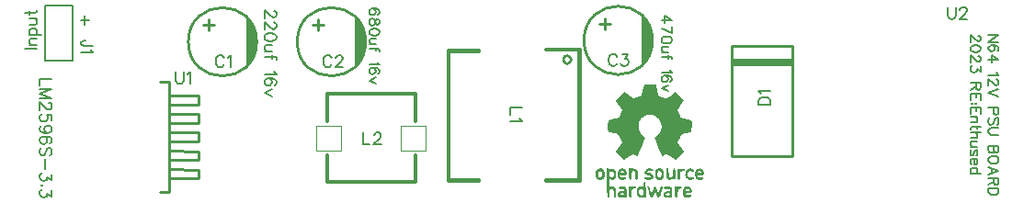
<source format=gto>
G04 Layer: TopSilkscreenLayer*
G04 EasyEDA v6.5.38, 2023-11-27 20:20:40*
G04 1703934f7ba948e8a81f3d05deb6a35c,f4da18da4fdc4ae59b3404ca65e04972,10*
G04 Gerber Generator version 0.2*
G04 Scale: 100 percent, Rotated: No, Reflected: No *
G04 Dimensions in millimeters *
G04 leading zeros omitted , absolute positions ,4 integer and 5 decimal *
%FSLAX45Y45*%
%MOMM*%

%ADD10C,0.2032*%
%ADD11C,0.1524*%
%ADD12C,0.2540*%
%ADD13C,0.1000*%
%ADD14C,0.7000*%
%ADD15C,0.2030*%
%ADD16C,0.0137*%

%LPD*%
G36*
X3718255Y5540908D02*
G01*
X3711448Y5540756D01*
X3705961Y5540349D01*
X3701694Y5539587D01*
X3698392Y5538470D01*
X3695903Y5536996D01*
X3694125Y5535066D01*
X3692804Y5532628D01*
X3691788Y5529681D01*
X3680307Y5478729D01*
X3676954Y5465521D01*
X3673805Y5455056D01*
X3670604Y5446826D01*
X3667099Y5440527D01*
X3665169Y5437936D01*
X3663086Y5435650D01*
X3660851Y5433618D01*
X3655669Y5430164D01*
X3649421Y5427167D01*
X3596030Y5406796D01*
X3510787Y5466588D01*
X3432759Y5388508D01*
X3492804Y5302910D01*
X3478377Y5265775D01*
X3472942Y5252720D01*
X3470351Y5247436D01*
X3467760Y5242814D01*
X3465068Y5238902D01*
X3462121Y5235498D01*
X3458870Y5232603D01*
X3455263Y5230114D01*
X3451098Y5227980D01*
X3446373Y5226100D01*
X3440937Y5224424D01*
X3434740Y5222849D01*
X3419551Y5219750D01*
X3361893Y5209286D01*
X3359505Y5149088D01*
X3359150Y5134559D01*
X3359454Y5122926D01*
X3359912Y5118049D01*
X3360724Y5113832D01*
X3361791Y5110073D01*
X3363214Y5106873D01*
X3364992Y5104079D01*
X3367227Y5101691D01*
X3369919Y5099608D01*
X3373120Y5097881D01*
X3376828Y5096408D01*
X3381095Y5095087D01*
X3391509Y5092954D01*
X3404615Y5091023D01*
X3419703Y5089093D01*
X3432098Y5087061D01*
X3437229Y5085892D01*
X3441801Y5084470D01*
X3445865Y5082743D01*
X3449472Y5080711D01*
X3452774Y5078222D01*
X3455771Y5075224D01*
X3458565Y5071668D01*
X3461258Y5067503D01*
X3463950Y5062575D01*
X3469487Y5050434D01*
X3489553Y4999837D01*
X3433673Y4917541D01*
X3510534Y4840630D01*
X3560978Y4874869D01*
X3575405Y4884166D01*
X3581044Y4887417D01*
X3585870Y4889754D01*
X3590086Y4891328D01*
X3593846Y4892090D01*
X3597401Y4892192D01*
X3600856Y4891582D01*
X3604463Y4890414D01*
X3608374Y4888687D01*
X3620465Y4882642D01*
X3627069Y4879848D01*
X3631793Y4878374D01*
X3633978Y4878476D01*
X3635857Y4882134D01*
X3643833Y4900422D01*
X3655720Y4929073D01*
X3669385Y4962855D01*
X3693668Y5024932D01*
X3700119Y5042763D01*
X3701034Y5046116D01*
X3699205Y5050231D01*
X3694125Y5056682D01*
X3686657Y5064658D01*
X3673195Y5077206D01*
X3669131Y5081422D01*
X3665321Y5085791D01*
X3661816Y5090363D01*
X3658565Y5095036D01*
X3655568Y5099862D01*
X3652824Y5104841D01*
X3650386Y5109870D01*
X3648201Y5115052D01*
X3646322Y5120284D01*
X3643325Y5130952D01*
X3642207Y5136388D01*
X3640836Y5147259D01*
X3640582Y5158181D01*
X3640836Y5163616D01*
X3641394Y5169001D01*
X3642207Y5174335D01*
X3644646Y5184851D01*
X3648201Y5194960D01*
X3652875Y5204612D01*
X3655618Y5209235D01*
X3658666Y5213705D01*
X3661968Y5217972D01*
X3665524Y5222087D01*
X3669385Y5225999D01*
X3673500Y5229707D01*
X3678529Y5233771D01*
X3688689Y5240934D01*
X3693871Y5244084D01*
X3699052Y5246928D01*
X3704285Y5249468D01*
X3714851Y5253685D01*
X3725418Y5256784D01*
X3735933Y5258765D01*
X3746398Y5259628D01*
X3751579Y5259628D01*
X3761841Y5258866D01*
X3771849Y5257038D01*
X3776726Y5255717D01*
X3781551Y5254142D01*
X3786276Y5252313D01*
X3790950Y5250230D01*
X3795471Y5247894D01*
X3804259Y5242458D01*
X3808476Y5239359D01*
X3816502Y5232450D01*
X3823919Y5224576D01*
X3827424Y5220258D01*
X3830726Y5215737D01*
X3836873Y5205984D01*
X3839667Y5200751D01*
X3842258Y5195316D01*
X3846829Y5183784D01*
X3848811Y5177637D01*
X3850335Y5171998D01*
X3851503Y5166360D01*
X3852316Y5160721D01*
X3852824Y5155082D01*
X3852976Y5149494D01*
X3852773Y5143906D01*
X3852265Y5138420D01*
X3851401Y5132933D01*
X3850233Y5127498D01*
X3848760Y5122164D01*
X3846931Y5116880D01*
X3844747Y5111648D01*
X3842308Y5106568D01*
X3839514Y5101539D01*
X3836415Y5096611D01*
X3833012Y5091836D01*
X3829304Y5087162D01*
X3825290Y5082590D01*
X3820972Y5078222D01*
X3811422Y5069433D01*
X3806850Y5064912D01*
X3802735Y5060442D01*
X3799128Y5056124D01*
X3796131Y5052161D01*
X3793896Y5048605D01*
X3792474Y5045659D01*
X3791965Y5043373D01*
X3792829Y5039614D01*
X3795318Y5032095D01*
X3804158Y5008321D01*
X3816350Y4977130D01*
X3833317Y4935321D01*
X3845712Y4905756D01*
X3854907Y4885131D01*
X3857701Y4879695D01*
X3858514Y4878476D01*
X3860952Y4878476D01*
X3865981Y4880000D01*
X3872941Y4882896D01*
X3889756Y4890973D01*
X3893413Y4892243D01*
X3896969Y4892903D01*
X3900474Y4892852D01*
X3904234Y4892090D01*
X3908348Y4890516D01*
X3913073Y4888128D01*
X3918610Y4884775D01*
X3932783Y4875225D01*
X3982059Y4840274D01*
X4060240Y4918456D01*
X4001515Y5002225D01*
X4021785Y5047996D01*
X4027220Y5059680D01*
X4029811Y5064353D01*
X4032402Y5068417D01*
X4035196Y5071872D01*
X4038295Y5074869D01*
X4041800Y5077409D01*
X4045813Y5079644D01*
X4050537Y5081625D01*
X4056024Y5083403D01*
X4062425Y5085080D01*
X4078478Y5088432D01*
X4131106Y5097932D01*
X4134104Y5174234D01*
X4134154Y5185410D01*
X4133799Y5189982D01*
X4133189Y5193944D01*
X4132224Y5197398D01*
X4130801Y5200345D01*
X4128922Y5202885D01*
X4126484Y5205069D01*
X4123486Y5207000D01*
X4119829Y5208676D01*
X4115409Y5210251D01*
X4104335Y5213096D01*
X4054754Y5223103D01*
X4048455Y5224780D01*
X4043222Y5226608D01*
X4038854Y5228691D01*
X4035094Y5231333D01*
X4031843Y5234533D01*
X4028897Y5238496D01*
X4026052Y5243423D01*
X4023156Y5249418D01*
X4000703Y5303113D01*
X4059377Y5389422D01*
X3982465Y5466334D01*
X3928922Y5430012D01*
X3913428Y5419953D01*
X3907332Y5416499D01*
X3902049Y5413908D01*
X3897274Y5412181D01*
X3892905Y5411266D01*
X3888587Y5411063D01*
X3884117Y5411520D01*
X3879342Y5412536D01*
X3867658Y5416143D01*
X3853535Y5421071D01*
X3847642Y5423509D01*
X3842410Y5425998D01*
X3837838Y5428589D01*
X3833774Y5431434D01*
X3830269Y5434584D01*
X3827170Y5438089D01*
X3824478Y5442051D01*
X3822090Y5446572D01*
X3819956Y5451652D01*
X3818026Y5457494D01*
X3816248Y5464048D01*
X3812844Y5479796D01*
X3802329Y5538114D01*
X3736543Y5540552D01*
G37*
G36*
X3838092Y4766056D02*
G01*
X3834079Y4765903D01*
X3830065Y4765294D01*
X3825951Y4764176D01*
X3821785Y4762550D01*
X3817620Y4760366D01*
X3813403Y4757674D01*
X3809237Y4754422D01*
X3805123Y4750562D01*
X3801059Y4746193D01*
X3797858Y4741875D01*
X3795522Y4737404D01*
X3793896Y4732578D01*
X3792982Y4727092D01*
X3792677Y4720742D01*
X3793032Y4713325D01*
X3793535Y4707890D01*
X3813301Y4707890D01*
X3813810Y4713071D01*
X3815029Y4718558D01*
X3817010Y4724247D01*
X3819804Y4730140D01*
X3824224Y4737100D01*
X3828745Y4740351D01*
X3834180Y4740249D01*
X3841597Y4737049D01*
X3848100Y4732324D01*
X3852113Y4726228D01*
X3853840Y4718100D01*
X3853535Y4707229D01*
X3852773Y4700930D01*
X3851757Y4695952D01*
X3850386Y4692040D01*
X3848506Y4689144D01*
X3846017Y4687112D01*
X3842867Y4685842D01*
X3838854Y4685182D01*
X3833926Y4684979D01*
X3829151Y4685385D01*
X3824986Y4686655D01*
X3821429Y4688687D01*
X3818483Y4691380D01*
X3816146Y4694732D01*
X3814521Y4698644D01*
X3813556Y4703064D01*
X3813301Y4707890D01*
X3793535Y4707890D01*
X3794963Y4695748D01*
X3796334Y4688078D01*
X3797909Y4681474D01*
X3799789Y4675886D01*
X3802075Y4671161D01*
X3804818Y4667300D01*
X3807968Y4664202D01*
X3811727Y4661865D01*
X3816096Y4660138D01*
X3821074Y4658969D01*
X3826814Y4658360D01*
X3833317Y4658156D01*
X3840784Y4658410D01*
X3847439Y4659325D01*
X3853281Y4660798D01*
X3858361Y4662982D01*
X3862730Y4665878D01*
X3866438Y4669485D01*
X3869436Y4673904D01*
X3871823Y4679137D01*
X3873652Y4685284D01*
X3874922Y4692294D01*
X3875633Y4700270D01*
X3875887Y4709210D01*
X3875684Y4715560D01*
X3875125Y4721606D01*
X3874160Y4727295D01*
X3872890Y4732629D01*
X3871315Y4737658D01*
X3869436Y4742281D01*
X3867251Y4746498D01*
X3864813Y4750358D01*
X3862171Y4753864D01*
X3859225Y4756912D01*
X3856126Y4759553D01*
X3852824Y4761738D01*
X3849319Y4763516D01*
X3845712Y4764836D01*
X3841953Y4765649D01*
G37*
G36*
X3293059Y4765548D02*
G01*
X3288233Y4765344D01*
X3283305Y4764481D01*
X3278174Y4763008D01*
X3272891Y4760823D01*
X3267506Y4758029D01*
X3262020Y4754473D01*
X3257956Y4751273D01*
X3254603Y4747818D01*
X3251911Y4744008D01*
X3249828Y4739589D01*
X3248253Y4734560D01*
X3247237Y4728667D01*
X3246678Y4721809D01*
X3246570Y4711039D01*
X3268268Y4711039D01*
X3268472Y4716983D01*
X3269234Y4722317D01*
X3270605Y4726990D01*
X3272434Y4731054D01*
X3274771Y4734356D01*
X3277514Y4736947D01*
X3280714Y4738674D01*
X3284220Y4739589D01*
X3288080Y4739589D01*
X3292195Y4738674D01*
X3296615Y4736795D01*
X3302863Y4732223D01*
X3306724Y4726127D01*
X3308400Y4717999D01*
X3308096Y4707229D01*
X3307334Y4700930D01*
X3306318Y4695952D01*
X3304946Y4692040D01*
X3303066Y4689144D01*
X3300577Y4687112D01*
X3297428Y4685842D01*
X3293414Y4685182D01*
X3288436Y4684979D01*
X3279749Y4685842D01*
X3274009Y4688890D01*
X3270605Y4694936D01*
X3268726Y4704638D01*
X3268268Y4711039D01*
X3246570Y4711039D01*
X3246780Y4704791D01*
X3247593Y4696510D01*
X3248964Y4689094D01*
X3250844Y4682490D01*
X3253333Y4676698D01*
X3256381Y4671720D01*
X3260039Y4667554D01*
X3264255Y4664151D01*
X3269030Y4661509D01*
X3274466Y4659630D01*
X3280460Y4658512D01*
X3287115Y4658156D01*
X3294735Y4658410D01*
X3301542Y4659274D01*
X3307486Y4660798D01*
X3312668Y4662932D01*
X3317138Y4665776D01*
X3320897Y4669383D01*
X3323945Y4673803D01*
X3326384Y4679035D01*
X3328212Y4685182D01*
X3329432Y4692192D01*
X3330194Y4700219D01*
X3330397Y4709210D01*
X3330194Y4716526D01*
X3329482Y4723384D01*
X3328365Y4729734D01*
X3326841Y4735677D01*
X3324910Y4741062D01*
X3322624Y4745990D01*
X3319932Y4750358D01*
X3316935Y4754270D01*
X3313633Y4757572D01*
X3310026Y4760315D01*
X3306165Y4762550D01*
X3302000Y4764125D01*
X3297631Y4765141D01*
G37*
G36*
X3491280Y4765395D02*
G01*
X3484727Y4764278D01*
X3477260Y4761280D01*
X3469843Y4756810D01*
X3463290Y4751374D01*
X3460343Y4747971D01*
X3457752Y4744008D01*
X3455517Y4739589D01*
X3453587Y4734712D01*
X3451848Y4728514D01*
X3473602Y4728514D01*
X3477260Y4733899D01*
X3481070Y4737963D01*
X3484981Y4741316D01*
X3488537Y4743551D01*
X3491280Y4744415D01*
X3493973Y4743551D01*
X3497529Y4741316D01*
X3501440Y4737963D01*
X3505250Y4733899D01*
X3508908Y4728514D01*
X3508298Y4725314D01*
X3502660Y4723790D01*
X3491280Y4723434D01*
X3479850Y4723790D01*
X3474212Y4725314D01*
X3473602Y4728514D01*
X3451848Y4728514D01*
X3450844Y4723993D01*
X3449980Y4718304D01*
X3449472Y4712512D01*
X3449320Y4706670D01*
X3449523Y4700879D01*
X3450132Y4695190D01*
X3451098Y4689703D01*
X3452418Y4684471D01*
X3454146Y4679594D01*
X3456279Y4675124D01*
X3458819Y4671161D01*
X3461562Y4668012D01*
X3464966Y4665370D01*
X3468827Y4663135D01*
X3473145Y4661357D01*
X3477717Y4659985D01*
X3482594Y4659071D01*
X3487521Y4658512D01*
X3492550Y4658360D01*
X3497529Y4658512D01*
X3502355Y4659071D01*
X3506978Y4659985D01*
X3511245Y4661204D01*
X3515106Y4662728D01*
X3518458Y4664557D01*
X3521252Y4666640D01*
X3523335Y4669028D01*
X3524656Y4671669D01*
X3525113Y4674514D01*
X3524605Y4677613D01*
X3523030Y4680966D01*
X3520236Y4683810D01*
X3516528Y4685030D01*
X3512007Y4684420D01*
X3501034Y4679899D01*
X3494887Y4679188D01*
X3488690Y4680000D01*
X3482695Y4682286D01*
X3477920Y4685131D01*
X3474364Y4687824D01*
X3471976Y4690313D01*
X3470808Y4692650D01*
X3470757Y4694783D01*
X3471926Y4696714D01*
X3474161Y4698390D01*
X3477514Y4699812D01*
X3481984Y4700930D01*
X3487521Y4701743D01*
X3494125Y4702251D01*
X3511397Y4702556D01*
X3518865Y4702911D01*
X3524402Y4703724D01*
X3528314Y4705146D01*
X3530854Y4707331D01*
X3532378Y4710430D01*
X3533038Y4714544D01*
X3533190Y4719929D01*
X3532733Y4725212D01*
X3531463Y4730597D01*
X3529380Y4735880D01*
X3526637Y4741062D01*
X3523335Y4745939D01*
X3519525Y4750511D01*
X3515258Y4754676D01*
X3510737Y4758283D01*
X3506012Y4761230D01*
X3501085Y4763465D01*
X3496157Y4764887D01*
G37*
G36*
X3906977Y4765395D02*
G01*
X3904335Y4764887D01*
X3902100Y4763211D01*
X3900373Y4760264D01*
X3899001Y4755845D01*
X3897985Y4749850D01*
X3897325Y4741976D01*
X3896969Y4732223D01*
X3896969Y4707331D01*
X3897426Y4696764D01*
X3898239Y4688281D01*
X3899611Y4681524D01*
X3901541Y4676140D01*
X3904183Y4671771D01*
X3907637Y4668062D01*
X3911955Y4664659D01*
X3918407Y4660900D01*
X3924655Y4658410D01*
X3930091Y4657496D01*
X3933951Y4658309D01*
X3938219Y4659934D01*
X3944670Y4661154D01*
X3952494Y4661865D01*
X3960774Y4661966D01*
X3980738Y4661408D01*
X3980637Y4727549D01*
X3980281Y4739030D01*
X3979672Y4748123D01*
X3978656Y4754981D01*
X3977284Y4759909D01*
X3975455Y4763109D01*
X3973118Y4764836D01*
X3970274Y4765395D01*
X3967581Y4764989D01*
X3965346Y4763668D01*
X3963517Y4761433D01*
X3962044Y4758080D01*
X3960977Y4753559D01*
X3960266Y4747818D01*
X3959860Y4740706D01*
X3959504Y4722876D01*
X3958996Y4714646D01*
X3958234Y4707432D01*
X3957116Y4701133D01*
X3955643Y4695799D01*
X3953814Y4691380D01*
X3951579Y4687874D01*
X3948988Y4685233D01*
X3945991Y4683404D01*
X3942587Y4682337D01*
X3938778Y4682083D01*
X3934460Y4682591D01*
X3930802Y4683658D01*
X3927805Y4685487D01*
X3925366Y4688332D01*
X3923487Y4692396D01*
X3921963Y4697882D01*
X3920845Y4705045D01*
X3919931Y4714087D01*
X3918559Y4735423D01*
X3917696Y4743907D01*
X3916629Y4750866D01*
X3915308Y4756353D01*
X3913733Y4760417D01*
X3911803Y4763262D01*
X3909568Y4764887D01*
G37*
G36*
X4206087Y4765395D02*
G01*
X4200042Y4764532D01*
X4192778Y4762195D01*
X4185158Y4758740D01*
X4178147Y4754473D01*
X4174032Y4751273D01*
X4170679Y4747818D01*
X4167987Y4744008D01*
X4165904Y4739589D01*
X4164380Y4734560D01*
X4163301Y4728514D01*
X4186885Y4728514D01*
X4190542Y4733899D01*
X4194352Y4737963D01*
X4198264Y4741316D01*
X4201820Y4743551D01*
X4204563Y4744415D01*
X4207256Y4743551D01*
X4210812Y4741316D01*
X4214723Y4737963D01*
X4218533Y4733899D01*
X4222191Y4728514D01*
X4221581Y4725314D01*
X4215942Y4723790D01*
X4204563Y4723434D01*
X4193133Y4723790D01*
X4187494Y4725314D01*
X4186885Y4728514D01*
X4163301Y4728514D01*
X4162755Y4721809D01*
X4162602Y4713884D01*
X4162755Y4707636D01*
X4163314Y4701286D01*
X4164228Y4695037D01*
X4165396Y4689043D01*
X4166768Y4683506D01*
X4168394Y4678527D01*
X4170172Y4674362D01*
X4172102Y4671161D01*
X4174845Y4668012D01*
X4178249Y4665370D01*
X4182110Y4663135D01*
X4186428Y4661357D01*
X4191000Y4659985D01*
X4195876Y4659071D01*
X4200804Y4658512D01*
X4205833Y4658360D01*
X4210812Y4658512D01*
X4215638Y4659071D01*
X4220260Y4659985D01*
X4224528Y4661204D01*
X4228388Y4662728D01*
X4231792Y4664557D01*
X4234535Y4666640D01*
X4236618Y4669028D01*
X4237939Y4671669D01*
X4238396Y4674514D01*
X4237888Y4677613D01*
X4236313Y4680966D01*
X4233519Y4683810D01*
X4229811Y4685030D01*
X4225290Y4684420D01*
X4214317Y4679899D01*
X4208170Y4679188D01*
X4201972Y4680000D01*
X4195978Y4682286D01*
X4191203Y4685131D01*
X4187647Y4687824D01*
X4185259Y4690313D01*
X4184091Y4692650D01*
X4184040Y4694783D01*
X4185208Y4696714D01*
X4187444Y4698390D01*
X4190796Y4699812D01*
X4195267Y4700930D01*
X4200804Y4701743D01*
X4207408Y4702251D01*
X4224680Y4702556D01*
X4232148Y4702911D01*
X4237685Y4703724D01*
X4241596Y4705146D01*
X4244187Y4707331D01*
X4245660Y4710430D01*
X4246321Y4714544D01*
X4246524Y4719929D01*
X4246067Y4725060D01*
X4244746Y4730343D01*
X4242714Y4735576D01*
X4240022Y4740706D01*
X4236770Y4745634D01*
X4233062Y4750257D01*
X4228947Y4754422D01*
X4224578Y4758080D01*
X4220006Y4761128D01*
X4215333Y4763414D01*
X4210659Y4764887D01*
G37*
G36*
X3737101Y4764836D02*
G01*
X3731920Y4764227D01*
X3726840Y4763008D01*
X3721912Y4761128D01*
X3717188Y4758690D01*
X3712718Y4755591D01*
X3708552Y4751933D01*
X3703065Y4745177D01*
X3699611Y4738014D01*
X3698240Y4730699D01*
X3699052Y4723333D01*
X3700526Y4718151D01*
X3702202Y4714036D01*
X3704488Y4710836D01*
X3707688Y4708245D01*
X3712260Y4706010D01*
X3718509Y4703978D01*
X3726891Y4701844D01*
X3737762Y4699406D01*
X3744620Y4697628D01*
X3749903Y4695647D01*
X3753713Y4693564D01*
X3756050Y4691481D01*
X3757015Y4689449D01*
X3756609Y4687519D01*
X3754882Y4685741D01*
X3751834Y4684318D01*
X3747617Y4683150D01*
X3742182Y4682490D01*
X3735578Y4682236D01*
X3719677Y4682998D01*
X3712565Y4682794D01*
X3706723Y4682032D01*
X3702100Y4680813D01*
X3698748Y4679137D01*
X3696715Y4677156D01*
X3696055Y4674920D01*
X3696817Y4672431D01*
X3699001Y4669790D01*
X3702710Y4667046D01*
X3707942Y4664354D01*
X3714699Y4661662D01*
X3720846Y4659782D01*
X3726891Y4658461D01*
X3732784Y4657699D01*
X3738524Y4657445D01*
X3744010Y4657699D01*
X3749243Y4658410D01*
X3754120Y4659630D01*
X3758692Y4661306D01*
X3762908Y4663440D01*
X3766667Y4665929D01*
X3769918Y4668875D01*
X3772712Y4672177D01*
X3774948Y4675835D01*
X3776624Y4679848D01*
X3777640Y4684217D01*
X3777945Y4688890D01*
X3777640Y4694072D01*
X3776675Y4698898D01*
X3775100Y4703368D01*
X3772865Y4707382D01*
X3770071Y4711039D01*
X3766769Y4714240D01*
X3762857Y4716983D01*
X3758437Y4719269D01*
X3753510Y4721047D01*
X3748074Y4722368D01*
X3742232Y4723130D01*
X3735882Y4723434D01*
X3729939Y4724044D01*
X3725824Y4725822D01*
X3723792Y4728565D01*
X3723944Y4732172D01*
X3726484Y4735423D01*
X3731006Y4737760D01*
X3736898Y4739030D01*
X3743502Y4738979D01*
X3750716Y4738573D01*
X3758285Y4738827D01*
X3765245Y4739741D01*
X3770731Y4741214D01*
X3775760Y4743754D01*
X3777081Y4746447D01*
X3774490Y4750104D01*
X3767886Y4755388D01*
X3763060Y4758537D01*
X3758031Y4761077D01*
X3752900Y4762957D01*
X3747668Y4764227D01*
X3742385Y4764836D01*
G37*
G36*
X4115257Y4764633D02*
G01*
X4111142Y4764074D01*
X4106875Y4762601D01*
X4102049Y4760264D01*
X4096156Y4757013D01*
X4089400Y4752848D01*
X4083913Y4748733D01*
X4079697Y4744262D01*
X4076547Y4739335D01*
X4074261Y4733544D01*
X4072839Y4726736D01*
X4072026Y4718558D01*
X4071772Y4708753D01*
X4072077Y4702708D01*
X4072991Y4696968D01*
X4074464Y4691481D01*
X4076496Y4686300D01*
X4079036Y4681524D01*
X4081983Y4677054D01*
X4085336Y4673041D01*
X4089044Y4669434D01*
X4093057Y4666234D01*
X4097324Y4663541D01*
X4101846Y4661306D01*
X4106519Y4659579D01*
X4111345Y4658461D01*
X4116273Y4657852D01*
X4121251Y4657852D01*
X4126179Y4658461D01*
X4131106Y4659731D01*
X4135983Y4661662D01*
X4140708Y4664252D01*
X4145229Y4667605D01*
X4149648Y4671771D01*
X4151985Y4675378D01*
X4152239Y4678375D01*
X4150410Y4680762D01*
X4146499Y4682642D01*
X4140403Y4683912D01*
X4132173Y4684725D01*
X4114190Y4685080D01*
X4108246Y4685588D01*
X4103624Y4686503D01*
X4100169Y4688128D01*
X4097680Y4690414D01*
X4096004Y4693666D01*
X4094835Y4697882D01*
X4094022Y4703318D01*
X4093768Y4709261D01*
X4094327Y4714900D01*
X4095597Y4720183D01*
X4097578Y4725009D01*
X4100068Y4729327D01*
X4103115Y4733036D01*
X4106570Y4735982D01*
X4110380Y4738166D01*
X4114444Y4739538D01*
X4118660Y4739944D01*
X4123029Y4739284D01*
X4133748Y4734966D01*
X4139133Y4734610D01*
X4144010Y4736592D01*
X4148632Y4740910D01*
X4152137Y4746396D01*
X4151884Y4750562D01*
X4147464Y4754270D01*
X4138422Y4758283D01*
X4130751Y4761128D01*
X4124604Y4763160D01*
X4119575Y4764328D01*
G37*
G36*
X3554171Y4763871D02*
G01*
X3554323Y4698085D01*
X3554628Y4686655D01*
X3555288Y4677664D01*
X3556304Y4670856D01*
X3557676Y4665929D01*
X3559505Y4662779D01*
X3561842Y4661001D01*
X3564686Y4660493D01*
X3567379Y4660900D01*
X3569614Y4662170D01*
X3571443Y4664456D01*
X3572865Y4667808D01*
X3573932Y4672380D01*
X3574643Y4678172D01*
X3575050Y4685385D01*
X3575354Y4702454D01*
X3575913Y4710125D01*
X3576878Y4716932D01*
X3578148Y4722926D01*
X3579774Y4728057D01*
X3581755Y4732375D01*
X3584092Y4735830D01*
X3586734Y4738370D01*
X3589731Y4740046D01*
X3593033Y4740859D01*
X3596589Y4740706D01*
X3600500Y4739589D01*
X3602786Y4738166D01*
X3604768Y4735677D01*
X3606444Y4732172D01*
X3607765Y4727549D01*
X3608832Y4721860D01*
X3609543Y4715103D01*
X3610000Y4707229D01*
X3610254Y4687112D01*
X3610610Y4678375D01*
X3611321Y4671720D01*
X3612540Y4666945D01*
X3614318Y4663694D01*
X3616756Y4661712D01*
X3620008Y4660747D01*
X3624122Y4660493D01*
X3628186Y4660747D01*
X3631387Y4661662D01*
X3633825Y4663440D01*
X3635603Y4666386D01*
X3636822Y4670602D01*
X3637584Y4676444D01*
X3637940Y4684064D01*
X3637838Y4703165D01*
X3637381Y4711750D01*
X3636619Y4719523D01*
X3635552Y4726584D01*
X3634079Y4732832D01*
X3632250Y4738420D01*
X3630015Y4743348D01*
X3627323Y4747615D01*
X3624173Y4751273D01*
X3620566Y4754372D01*
X3616401Y4756912D01*
X3611727Y4758994D01*
X3606495Y4760569D01*
X3600704Y4761738D01*
X3594252Y4762500D01*
G37*
G36*
X3351377Y4763262D02*
G01*
X3351377Y4712258D01*
X3373221Y4712258D01*
X3373882Y4718405D01*
X3375304Y4723993D01*
X3377437Y4728921D01*
X3380130Y4733086D01*
X3383279Y4736388D01*
X3386785Y4738725D01*
X3390544Y4740046D01*
X3394405Y4740198D01*
X3398215Y4739081D01*
X3401974Y4736693D01*
X3405530Y4732832D01*
X3408934Y4727244D01*
X3411728Y4721098D01*
X3413556Y4715052D01*
X3414217Y4709871D01*
X3413760Y4703724D01*
X3412540Y4698339D01*
X3410661Y4693716D01*
X3408273Y4689856D01*
X3405428Y4686706D01*
X3402228Y4684369D01*
X3398774Y4682794D01*
X3395218Y4682032D01*
X3391560Y4682083D01*
X3388004Y4682896D01*
X3384600Y4684572D01*
X3381451Y4687062D01*
X3378708Y4690414D01*
X3376371Y4694631D01*
X3374593Y4699711D01*
X3373526Y4705654D01*
X3373221Y4712258D01*
X3351377Y4712258D01*
X3351479Y4589526D01*
X3351936Y4550308D01*
X3352342Y4535271D01*
X3353663Y4513122D01*
X3354578Y4505502D01*
X3355695Y4499965D01*
X3357067Y4496104D01*
X3358642Y4493818D01*
X3360521Y4492752D01*
X3361537Y4492650D01*
X3364128Y4493158D01*
X3366363Y4494784D01*
X3368294Y4497578D01*
X3369868Y4501692D01*
X3371189Y4507179D01*
X3372256Y4514138D01*
X3373120Y4522673D01*
X3374491Y4544618D01*
X3375355Y4553915D01*
X3376523Y4561078D01*
X3378098Y4566412D01*
X3380181Y4570171D01*
X3382873Y4572711D01*
X3386378Y4574286D01*
X3390696Y4575200D01*
X3394659Y4575403D01*
X3398265Y4574844D01*
X3401415Y4573422D01*
X3404209Y4571187D01*
X3406648Y4568037D01*
X3408679Y4564024D01*
X3410407Y4559046D01*
X3411778Y4553051D01*
X3412845Y4546092D01*
X3413607Y4538116D01*
X3414064Y4529023D01*
X3414217Y4518863D01*
X3414877Y4506925D01*
X3416757Y4498797D01*
X3420059Y4494123D01*
X3424834Y4492650D01*
X3427628Y4493107D01*
X3429914Y4494580D01*
X3431743Y4497273D01*
X3433114Y4501286D01*
X3434130Y4506823D01*
X3434842Y4514037D01*
X3435197Y4523079D01*
X3435299Y4534103D01*
X3435146Y4542891D01*
X3434740Y4550968D01*
X3433978Y4558334D01*
X3432911Y4564989D01*
X3431540Y4570984D01*
X3429812Y4576318D01*
X3427780Y4580991D01*
X3425342Y4585004D01*
X3422599Y4588408D01*
X3419449Y4591202D01*
X3415893Y4593437D01*
X3411982Y4595012D01*
X3407664Y4596079D01*
X3402939Y4596536D01*
X3397808Y4596485D01*
X3385718Y4595012D01*
X3380841Y4594860D01*
X3377285Y4595723D01*
X3374898Y4598111D01*
X3373475Y4602327D01*
X3372713Y4608830D01*
X3372408Y4617923D01*
X3372408Y4642154D01*
X3372662Y4651248D01*
X3373323Y4657547D01*
X3374644Y4661509D01*
X3376726Y4663440D01*
X3379876Y4663643D01*
X3384194Y4662525D01*
X3394811Y4658918D01*
X3399434Y4658156D01*
X3403904Y4658106D01*
X3408121Y4658715D01*
X3412083Y4659985D01*
X3415842Y4661916D01*
X3419297Y4664456D01*
X3422446Y4667605D01*
X3425342Y4671364D01*
X3427882Y4675632D01*
X3430066Y4680508D01*
X3431895Y4685842D01*
X3433368Y4691684D01*
X3434435Y4698034D01*
X3435096Y4704842D01*
X3435299Y4712055D01*
X3435146Y4718812D01*
X3434740Y4725009D01*
X3433978Y4730546D01*
X3432810Y4735576D01*
X3431336Y4740097D01*
X3429406Y4744110D01*
X3427069Y4747666D01*
X3424275Y4750714D01*
X3420973Y4753406D01*
X3417214Y4755642D01*
X3412845Y4757521D01*
X3407968Y4759096D01*
X3402482Y4760264D01*
X3396386Y4761179D01*
X3389629Y4761839D01*
G37*
G36*
X4038295Y4762296D02*
G01*
X4026458Y4762246D01*
X4016248Y4761636D01*
X4008729Y4760671D01*
X4005072Y4759401D01*
X4004411Y4757775D01*
X4003801Y4754321D01*
X4002735Y4742992D01*
X4002024Y4727092D01*
X4001719Y4708245D01*
X4001871Y4695342D01*
X4002227Y4684826D01*
X4002887Y4676546D01*
X4003852Y4670196D01*
X4005275Y4665624D01*
X4007104Y4662627D01*
X4009390Y4661001D01*
X4012234Y4660493D01*
X4014978Y4660900D01*
X4017213Y4662220D01*
X4019042Y4664557D01*
X4020464Y4668012D01*
X4021480Y4672634D01*
X4022191Y4678629D01*
X4022598Y4686096D01*
X4022851Y4703419D01*
X4023309Y4710785D01*
X4024122Y4717135D01*
X4025341Y4722622D01*
X4026966Y4727244D01*
X4029100Y4731054D01*
X4031742Y4734153D01*
X4034942Y4736541D01*
X4038752Y4738319D01*
X4043172Y4739589D01*
X4048302Y4740351D01*
X4054195Y4740656D01*
X4059631Y4741570D01*
X4064050Y4743907D01*
X4067098Y4747310D01*
X4068165Y4751374D01*
X4066540Y4756251D01*
X4061358Y4759604D01*
X4052112Y4761534D01*
G37*
G36*
X3697528Y4639513D02*
G01*
X3692855Y4638141D01*
X3689604Y4633874D01*
X3687673Y4626610D01*
X3687064Y4616246D01*
X3686962Y4608880D01*
X3686556Y4603343D01*
X3685590Y4599381D01*
X3683914Y4596790D01*
X3681171Y4595368D01*
X3677259Y4594910D01*
X3671925Y4595266D01*
X3664915Y4596231D01*
X3658209Y4596841D01*
X3652113Y4596587D01*
X3646678Y4595520D01*
X3641851Y4593539D01*
X3637584Y4590694D01*
X3633978Y4586935D01*
X3630929Y4582261D01*
X3628440Y4576673D01*
X3626561Y4570171D01*
X3625189Y4562703D01*
X3624376Y4554270D01*
X3624169Y4546600D01*
X3645865Y4546600D01*
X3646017Y4551375D01*
X3646830Y4556048D01*
X3648354Y4560519D01*
X3650640Y4564634D01*
X3653688Y4568393D01*
X3657498Y4571695D01*
X3661257Y4574032D01*
X3664864Y4575403D01*
X3668318Y4575810D01*
X3671570Y4575302D01*
X3674618Y4573828D01*
X3677361Y4571542D01*
X3679799Y4568393D01*
X3681882Y4564380D01*
X3683609Y4559604D01*
X3684879Y4554016D01*
X3685692Y4547666D01*
X3686048Y4535474D01*
X3684625Y4526889D01*
X3681171Y4521149D01*
X3675379Y4517644D01*
X3671163Y4516577D01*
X3667150Y4516526D01*
X3663289Y4517491D01*
X3659733Y4519269D01*
X3656482Y4521758D01*
X3653586Y4524959D01*
X3651097Y4528616D01*
X3649014Y4532731D01*
X3647440Y4537202D01*
X3646373Y4541824D01*
X3645865Y4546600D01*
X3624169Y4546600D01*
X3624326Y4538116D01*
X3624834Y4531918D01*
X3625748Y4526229D01*
X3627069Y4521047D01*
X3628796Y4516374D01*
X3630980Y4512157D01*
X3633520Y4508449D01*
X3636568Y4505147D01*
X3640023Y4502302D01*
X3643985Y4499914D01*
X3648456Y4497933D01*
X3653383Y4496358D01*
X3658819Y4495190D01*
X3664813Y4494377D01*
X3671315Y4493971D01*
X3678428Y4493869D01*
X3708044Y4494276D01*
X3707993Y4580890D01*
X3707637Y4603496D01*
X3706723Y4619701D01*
X3706063Y4625644D01*
X3705199Y4630369D01*
X3704132Y4633976D01*
X3702862Y4636566D01*
X3701338Y4638294D01*
X3699560Y4639208D01*
G37*
G36*
X4087215Y4597908D02*
G01*
X4081830Y4597450D01*
X4076547Y4596333D01*
X4071518Y4594555D01*
X4066844Y4592066D01*
X4063492Y4589475D01*
X4060494Y4586224D01*
X4057853Y4582363D01*
X4055567Y4577994D01*
X4053586Y4573219D01*
X4051960Y4568037D01*
X4050649Y4562348D01*
X4071823Y4562348D01*
X4071823Y4565142D01*
X4073347Y4568342D01*
X4076344Y4571898D01*
X4080001Y4574540D01*
X4084472Y4576064D01*
X4089349Y4576572D01*
X4094378Y4576165D01*
X4099204Y4574844D01*
X4103522Y4572660D01*
X4106926Y4569764D01*
X4109161Y4566056D01*
X4110024Y4561128D01*
X4107789Y4557877D01*
X4102049Y4556099D01*
X4092448Y4555591D01*
X4085640Y4555896D01*
X4080154Y4556709D01*
X4075988Y4558131D01*
X4073194Y4560011D01*
X4071823Y4562348D01*
X4050649Y4562348D01*
X4049776Y4556912D01*
X4049217Y4551121D01*
X4049014Y4545228D01*
X4049166Y4539335D01*
X4049674Y4533544D01*
X4050487Y4527854D01*
X4051706Y4522419D01*
X4053230Y4517237D01*
X4055160Y4512462D01*
X4057396Y4508144D01*
X4060037Y4504334D01*
X4062984Y4501083D01*
X4066286Y4498492D01*
X4071975Y4495800D01*
X4078833Y4494022D01*
X4086351Y4493107D01*
X4094175Y4493056D01*
X4101795Y4493818D01*
X4108805Y4495444D01*
X4114749Y4497832D01*
X4119219Y4501032D01*
X4123690Y4505960D01*
X4126280Y4510024D01*
X4127093Y4513326D01*
X4125976Y4515815D01*
X4122978Y4517542D01*
X4118000Y4518609D01*
X4111091Y4518964D01*
X4102150Y4518660D01*
X4091787Y4518660D01*
X4083100Y4519930D01*
X4076852Y4522266D01*
X4073753Y4525467D01*
X4074414Y4529175D01*
X4079240Y4532172D01*
X4088129Y4534458D01*
X4108958Y4536795D01*
X4115917Y4538167D01*
X4121759Y4539996D01*
X4126484Y4542332D01*
X4130090Y4545228D01*
X4132579Y4548581D01*
X4133951Y4552492D01*
X4134256Y4556963D01*
X4133443Y4561992D01*
X4131564Y4567529D01*
X4128617Y4573676D01*
X4124553Y4580432D01*
X4121353Y4584496D01*
X4117594Y4588052D01*
X4113276Y4591100D01*
X4108551Y4593590D01*
X4103471Y4595571D01*
X4098137Y4596942D01*
X4092701Y4597704D01*
G37*
G36*
X3491433Y4597552D02*
G01*
X3480460Y4596942D01*
X3470757Y4595368D01*
X3463442Y4592980D01*
X3459479Y4590084D01*
X3457651Y4586224D01*
X3457244Y4582922D01*
X3458260Y4580128D01*
X3460699Y4577842D01*
X3464661Y4576064D01*
X3470097Y4574743D01*
X3477056Y4573879D01*
X3492703Y4573016D01*
X3498697Y4571949D01*
X3503523Y4570425D01*
X3507181Y4568596D01*
X3509568Y4566513D01*
X3510737Y4564329D01*
X3510584Y4562144D01*
X3509162Y4560112D01*
X3506368Y4558284D01*
X3502253Y4556861D01*
X3496716Y4555947D01*
X3483203Y4555388D01*
X3477260Y4554728D01*
X3471875Y4553610D01*
X3467100Y4552086D01*
X3462883Y4550105D01*
X3459276Y4547717D01*
X3456228Y4544822D01*
X3453688Y4541469D01*
X3451758Y4537710D01*
X3450386Y4533442D01*
X3449574Y4528769D01*
X3449432Y4525873D01*
X3472027Y4525873D01*
X3472179Y4529683D01*
X3475431Y4532426D01*
X3481832Y4534052D01*
X3491280Y4534611D01*
X3500678Y4534052D01*
X3507079Y4532426D01*
X3510330Y4529683D01*
X3510483Y4525873D01*
X3508044Y4522470D01*
X3503625Y4519676D01*
X3497834Y4517796D01*
X3491280Y4517136D01*
X3484676Y4517796D01*
X3478885Y4519676D01*
X3474465Y4522470D01*
X3472027Y4525873D01*
X3449432Y4525873D01*
X3449320Y4523587D01*
X3449574Y4518304D01*
X3450539Y4513580D01*
X3452114Y4509414D01*
X3454349Y4505807D01*
X3457295Y4502658D01*
X3461004Y4500067D01*
X3465474Y4497882D01*
X3470757Y4496206D01*
X3476853Y4494987D01*
X3483813Y4494174D01*
X3491687Y4493768D01*
X3500424Y4493768D01*
X3533190Y4494428D01*
X3533140Y4541875D01*
X3532225Y4557979D01*
X3531412Y4564786D01*
X3530295Y4570831D01*
X3528872Y4576165D01*
X3527094Y4580788D01*
X3524961Y4584700D01*
X3522421Y4588052D01*
X3519474Y4590796D01*
X3516071Y4593031D01*
X3512210Y4594758D01*
X3507790Y4596028D01*
X3502914Y4596892D01*
X3497478Y4597400D01*
G37*
G36*
X3731564Y4597552D02*
G01*
X3726891Y4596841D01*
X3724300Y4594606D01*
X3723792Y4590796D01*
X3725214Y4585309D01*
X3727958Y4577384D01*
X3736390Y4549444D01*
X3741115Y4532884D01*
X3745585Y4518456D01*
X3747820Y4512462D01*
X3750056Y4507230D01*
X3752291Y4502759D01*
X3754577Y4499051D01*
X3756812Y4496155D01*
X3759098Y4494022D01*
X3761333Y4492650D01*
X3763568Y4492091D01*
X3765804Y4492294D01*
X3767988Y4493310D01*
X3770223Y4495088D01*
X3772408Y4497628D01*
X3774592Y4500981D01*
X3776726Y4505096D01*
X3778859Y4509973D01*
X3780942Y4515662D01*
X3785006Y4529378D01*
X3794709Y4566056D01*
X3806647Y4523028D01*
X3810000Y4512614D01*
X3813301Y4504385D01*
X3814927Y4501134D01*
X3816604Y4498390D01*
X3818229Y4496257D01*
X3819956Y4494682D01*
X3821633Y4493666D01*
X3823411Y4493260D01*
X3825189Y4493463D01*
X3827018Y4494225D01*
X3828897Y4495596D01*
X3830878Y4497628D01*
X3832860Y4500219D01*
X3834993Y4503470D01*
X3839413Y4511802D01*
X3844239Y4522724D01*
X3849471Y4536287D01*
X3855212Y4552442D01*
X3864813Y4581804D01*
X3866692Y4589526D01*
X3866184Y4594352D01*
X3862984Y4596841D01*
X3856786Y4597552D01*
X3853383Y4597095D01*
X3850233Y4595774D01*
X3847337Y4593437D01*
X3844645Y4590084D01*
X3842004Y4585563D01*
X3839514Y4579823D01*
X3836974Y4572762D01*
X3834434Y4564329D01*
X3825087Y4531106D01*
X3814216Y4564583D01*
X3811219Y4572762D01*
X3808018Y4579823D01*
X3804665Y4585665D01*
X3801211Y4590288D01*
X3797706Y4593691D01*
X3794302Y4595774D01*
X3791000Y4596587D01*
X3787952Y4596079D01*
X3785108Y4594199D01*
X3782618Y4590897D01*
X3780536Y4586173D01*
X3777386Y4573219D01*
X3775049Y4565040D01*
X3772255Y4556506D01*
X3769360Y4548581D01*
X3767124Y4543145D01*
X3765296Y4539538D01*
X3763619Y4537862D01*
X3762044Y4538268D01*
X3760266Y4540961D01*
X3758234Y4546092D01*
X3750056Y4571898D01*
X3747566Y4578553D01*
X3744925Y4584242D01*
X3742283Y4588967D01*
X3739642Y4592675D01*
X3736949Y4595368D01*
X3734206Y4596993D01*
G37*
G36*
X3910177Y4597349D02*
G01*
X3903167Y4597196D01*
X3896512Y4596688D01*
X3890467Y4595672D01*
X3885387Y4594250D01*
X3881475Y4592421D01*
X3879087Y4590084D01*
X3877157Y4586020D01*
X3876801Y4582617D01*
X3877970Y4579823D01*
X3880764Y4577689D01*
X3885082Y4576165D01*
X3891026Y4575302D01*
X3898493Y4574997D01*
X3918864Y4575556D01*
X3926382Y4574235D01*
X3930548Y4571187D01*
X3931818Y4566310D01*
X3930548Y4561636D01*
X3926840Y4558284D01*
X3920693Y4556252D01*
X3903472Y4554829D01*
X3894378Y4552696D01*
X3885895Y4549597D01*
X3879087Y4545787D01*
X3872585Y4540046D01*
X3869537Y4534052D01*
X3869690Y4526534D01*
X3870330Y4524298D01*
X3892397Y4524298D01*
X3893312Y4527550D01*
X3896614Y4530598D01*
X3901744Y4532782D01*
X3907993Y4534052D01*
X3914698Y4534458D01*
X3921150Y4534001D01*
X3926586Y4532630D01*
X3930396Y4530445D01*
X3931818Y4527397D01*
X3931005Y4524298D01*
X3928719Y4521098D01*
X3925417Y4518304D01*
X3921302Y4516170D01*
X3915867Y4514748D01*
X3910279Y4514443D01*
X3904843Y4515053D01*
X3900017Y4516526D01*
X3896106Y4518660D01*
X3893413Y4521301D01*
X3892397Y4524298D01*
X3870330Y4524298D01*
X3872687Y4516069D01*
X3875024Y4509973D01*
X3877513Y4505248D01*
X3880459Y4501692D01*
X3884320Y4499102D01*
X3889451Y4497324D01*
X3896258Y4496155D01*
X3905046Y4495444D01*
X3952798Y4493717D01*
X3952646Y4546346D01*
X3952138Y4555032D01*
X3951376Y4563211D01*
X3950360Y4570628D01*
X3949141Y4577130D01*
X3947718Y4582515D01*
X3946144Y4586579D01*
X3944416Y4589170D01*
X3941064Y4591558D01*
X3936390Y4593539D01*
X3930700Y4595114D01*
X3924249Y4596282D01*
X3917340Y4596993D01*
G37*
G36*
X3598468Y4596587D02*
G01*
X3554171Y4595723D01*
X3554323Y4530140D01*
X3554628Y4518761D01*
X3555288Y4509820D01*
X3556304Y4503013D01*
X3557676Y4498086D01*
X3559505Y4494936D01*
X3561842Y4493158D01*
X3564686Y4492650D01*
X3567379Y4493056D01*
X3569614Y4494377D01*
X3571443Y4496612D01*
X3572865Y4499965D01*
X3573983Y4504436D01*
X3574694Y4510227D01*
X3575100Y4517339D01*
X3575405Y4535119D01*
X3575761Y4543196D01*
X3576421Y4550206D01*
X3577437Y4556150D01*
X3578758Y4561179D01*
X3580536Y4565345D01*
X3582771Y4568799D01*
X3585565Y4571542D01*
X3588867Y4573727D01*
X3592779Y4575403D01*
X3597351Y4576673D01*
X3602583Y4577588D01*
X3609390Y4579264D01*
X3615385Y4581855D01*
X3619957Y4585157D01*
X3622395Y4588713D01*
X3622598Y4590796D01*
X3621684Y4592574D01*
X3619601Y4593996D01*
X3616299Y4595114D01*
X3611676Y4595926D01*
X3605784Y4596384D01*
G37*
G36*
X4008882Y4596485D02*
G01*
X3973169Y4596180D01*
X3975912Y4532477D01*
X3976725Y4521301D01*
X3977843Y4512462D01*
X3979214Y4505655D01*
X3980942Y4500676D01*
X3983126Y4497273D01*
X3985869Y4495139D01*
X3989120Y4494022D01*
X3992524Y4493768D01*
X3995267Y4494479D01*
X3997451Y4496409D01*
X3999179Y4499762D01*
X4000550Y4504842D01*
X4001617Y4511751D01*
X4002430Y4520793D01*
X4003852Y4544263D01*
X4004767Y4553813D01*
X4005986Y4561128D01*
X4007662Y4566513D01*
X4009999Y4570425D01*
X4013098Y4573117D01*
X4017111Y4575048D01*
X4029506Y4578502D01*
X4035196Y4580636D01*
X4039209Y4582871D01*
X4041648Y4585106D01*
X4042511Y4587341D01*
X4041901Y4589475D01*
X4039819Y4591405D01*
X4036314Y4593132D01*
X4031437Y4594555D01*
X4025188Y4595622D01*
X4017670Y4596282D01*
G37*
D10*
X-1457705Y6170676D02*
G01*
X-1457705Y6088634D01*
X-1498600Y6129781D02*
G01*
X-1416812Y6129781D01*
X6958838Y5994400D02*
G01*
X6863334Y5994400D01*
X6958838Y5994400D02*
G01*
X6863334Y5930645D01*
X6958838Y5930645D02*
G01*
X6863334Y5930645D01*
X6945375Y5846318D02*
G01*
X6954265Y5850889D01*
X6958838Y5864352D01*
X6958838Y5873495D01*
X6954265Y5887212D01*
X6940804Y5896102D01*
X6917943Y5900673D01*
X6895338Y5900673D01*
X6877050Y5896102D01*
X6867906Y5887212D01*
X6863334Y5873495D01*
X6863334Y5868923D01*
X6867906Y5855207D01*
X6877050Y5846318D01*
X6890765Y5841745D01*
X6895338Y5841745D01*
X6908800Y5846318D01*
X6917943Y5855207D01*
X6922515Y5868923D01*
X6922515Y5873495D01*
X6917943Y5887212D01*
X6908800Y5896102D01*
X6895338Y5900673D01*
X6958838Y5766307D02*
G01*
X6895338Y5811773D01*
X6895338Y5743447D01*
X6958838Y5766307D02*
G01*
X6863334Y5766307D01*
X6940804Y5643371D02*
G01*
X6945375Y5634481D01*
X6958838Y5620765D01*
X6863334Y5620765D01*
X6936231Y5586221D02*
G01*
X6940804Y5586221D01*
X6949693Y5581650D01*
X6954265Y5577078D01*
X6958838Y5567934D01*
X6958838Y5549900D01*
X6954265Y5540755D01*
X6949693Y5536184D01*
X6940804Y5531612D01*
X6931659Y5531612D01*
X6922515Y5536184D01*
X6908800Y5545328D01*
X6863334Y5590794D01*
X6863334Y5527039D01*
X6958838Y5497068D02*
G01*
X6863334Y5460745D01*
X6958838Y5424423D02*
G01*
X6863334Y5460745D01*
X6958838Y5324347D02*
G01*
X6863334Y5324347D01*
X6958838Y5324347D02*
G01*
X6958838Y5283454D01*
X6954265Y5269737D01*
X6949693Y5265420D01*
X6940804Y5260847D01*
X6927088Y5260847D01*
X6917943Y5265420D01*
X6913372Y5269737D01*
X6908800Y5283454D01*
X6908800Y5324347D01*
X6945375Y5167121D02*
G01*
X6954265Y5176265D01*
X6958838Y5189981D01*
X6958838Y5208015D01*
X6954265Y5221731D01*
X6945375Y5230876D01*
X6936231Y5230876D01*
X6927088Y5226304D01*
X6922515Y5221731D01*
X6917943Y5212587D01*
X6908800Y5185410D01*
X6904481Y5176265D01*
X6899909Y5171694D01*
X6890765Y5167121D01*
X6877050Y5167121D01*
X6867906Y5176265D01*
X6863334Y5189981D01*
X6863334Y5208015D01*
X6867906Y5221731D01*
X6877050Y5230876D01*
X6958838Y5137150D02*
G01*
X6890765Y5137150D01*
X6877050Y5132578D01*
X6867906Y5123434D01*
X6863334Y5109971D01*
X6863334Y5100828D01*
X6867906Y5087112D01*
X6877050Y5077968D01*
X6890765Y5073395D01*
X6958838Y5073395D01*
X6958838Y4973573D02*
G01*
X6863334Y4973573D01*
X6958838Y4973573D02*
G01*
X6958838Y4932679D01*
X6954265Y4918963D01*
X6949693Y4914392D01*
X6940804Y4909820D01*
X6931659Y4909820D01*
X6922515Y4914392D01*
X6917943Y4918963D01*
X6913372Y4932679D01*
X6913372Y4973573D02*
G01*
X6913372Y4932679D01*
X6908800Y4918963D01*
X6904481Y4914392D01*
X6895338Y4909820D01*
X6881622Y4909820D01*
X6872477Y4914392D01*
X6867906Y4918963D01*
X6863334Y4932679D01*
X6863334Y4973573D01*
X6958838Y4852670D02*
G01*
X6954265Y4861560D01*
X6945375Y4870704D01*
X6936231Y4875276D01*
X6922515Y4879847D01*
X6899909Y4879847D01*
X6886193Y4875276D01*
X6877050Y4870704D01*
X6867906Y4861560D01*
X6863334Y4852670D01*
X6863334Y4834381D01*
X6867906Y4825237D01*
X6877050Y4816094D01*
X6886193Y4811776D01*
X6899909Y4807204D01*
X6922515Y4807204D01*
X6936231Y4811776D01*
X6945375Y4816094D01*
X6954265Y4825237D01*
X6958838Y4834381D01*
X6958838Y4852670D01*
X6958838Y4740655D02*
G01*
X6863334Y4777231D01*
X6958838Y4740655D02*
G01*
X6863334Y4704334D01*
X6895338Y4763515D02*
G01*
X6895338Y4718050D01*
X6958838Y4674362D02*
G01*
X6863334Y4674362D01*
X6958838Y4674362D02*
G01*
X6958838Y4633468D01*
X6954265Y4619752D01*
X6949693Y4615434D01*
X6940804Y4610862D01*
X6931659Y4610862D01*
X6922515Y4615434D01*
X6917943Y4619752D01*
X6913372Y4633468D01*
X6913372Y4674362D01*
X6913372Y4642612D02*
G01*
X6863334Y4610862D01*
X6958838Y4580889D02*
G01*
X6863334Y4580889D01*
X6958838Y4580889D02*
G01*
X6958838Y4548886D01*
X6954265Y4535423D01*
X6945375Y4526279D01*
X6936231Y4521707D01*
X6922515Y4517136D01*
X6899909Y4517136D01*
X6886193Y4521707D01*
X6877050Y4526279D01*
X6867906Y4535423D01*
X6863334Y4548886D01*
X6863334Y4580889D01*
X6771131Y5989828D02*
G01*
X6775704Y5989828D01*
X6784593Y5985255D01*
X6789165Y5980684D01*
X6793738Y5971794D01*
X6793738Y5953505D01*
X6789165Y5944362D01*
X6784593Y5939789D01*
X6775704Y5935218D01*
X6766559Y5935218D01*
X6757415Y5939789D01*
X6743700Y5948934D01*
X6698234Y5994400D01*
X6698234Y5930645D01*
X6793738Y5873495D02*
G01*
X6789165Y5887212D01*
X6775704Y5896102D01*
X6752843Y5900673D01*
X6739381Y5900673D01*
X6716522Y5896102D01*
X6702806Y5887212D01*
X6698234Y5873495D01*
X6698234Y5864352D01*
X6702806Y5850889D01*
X6716522Y5841745D01*
X6739381Y5837173D01*
X6752843Y5837173D01*
X6775704Y5841745D01*
X6789165Y5850889D01*
X6793738Y5864352D01*
X6793738Y5873495D01*
X6771131Y5802629D02*
G01*
X6775704Y5802629D01*
X6784593Y5798057D01*
X6789165Y5793486D01*
X6793738Y5784342D01*
X6793738Y5766307D01*
X6789165Y5757163D01*
X6784593Y5752592D01*
X6775704Y5748020D01*
X6766559Y5748020D01*
X6757415Y5752592D01*
X6743700Y5761736D01*
X6698234Y5807202D01*
X6698234Y5743447D01*
X6793738Y5704331D02*
G01*
X6793738Y5654294D01*
X6757415Y5681726D01*
X6757415Y5668010D01*
X6752843Y5658865D01*
X6748272Y5654294D01*
X6734809Y5649976D01*
X6725665Y5649976D01*
X6711950Y5654294D01*
X6702806Y5663437D01*
X6698234Y5677154D01*
X6698234Y5690870D01*
X6702806Y5704331D01*
X6707377Y5708904D01*
X6716522Y5713476D01*
X6793738Y5549900D02*
G01*
X6698234Y5549900D01*
X6793738Y5549900D02*
G01*
X6793738Y5509005D01*
X6789165Y5495289D01*
X6784593Y5490718D01*
X6775704Y5486145D01*
X6766559Y5486145D01*
X6757415Y5490718D01*
X6752843Y5495289D01*
X6748272Y5509005D01*
X6748272Y5549900D01*
X6748272Y5518150D02*
G01*
X6698234Y5486145D01*
X6793738Y5456173D02*
G01*
X6698234Y5456173D01*
X6793738Y5456173D02*
G01*
X6793738Y5397245D01*
X6748272Y5456173D02*
G01*
X6748272Y5419852D01*
X6698234Y5456173D02*
G01*
X6698234Y5397245D01*
X6752843Y5362702D02*
G01*
X6748272Y5367020D01*
X6743700Y5362702D01*
X6748272Y5358129D01*
X6752843Y5362702D01*
X6721093Y5362702D02*
G01*
X6716522Y5367020D01*
X6711950Y5362702D01*
X6716522Y5358129D01*
X6721093Y5362702D01*
X6793738Y5328157D02*
G01*
X6698234Y5328157D01*
X6793738Y5328157D02*
G01*
X6793738Y5268976D01*
X6748272Y5328157D02*
G01*
X6748272Y5291581D01*
X6698234Y5328157D02*
G01*
X6698234Y5268976D01*
X6761988Y5239004D02*
G01*
X6698234Y5239004D01*
X6743700Y5239004D02*
G01*
X6757415Y5225287D01*
X6761988Y5216144D01*
X6761988Y5202681D01*
X6757415Y5193537D01*
X6743700Y5188965D01*
X6698234Y5188965D01*
X6793738Y5145278D02*
G01*
X6716522Y5145278D01*
X6702806Y5140705D01*
X6698234Y5131562D01*
X6698234Y5122671D01*
X6761988Y5158994D02*
G01*
X6761988Y5127244D01*
X6793738Y5092700D02*
G01*
X6698234Y5092700D01*
X6743700Y5092700D02*
G01*
X6757415Y5078984D01*
X6761988Y5069839D01*
X6761988Y5056123D01*
X6757415Y5047234D01*
X6743700Y5042662D01*
X6698234Y5042662D01*
X6761988Y5012689D02*
G01*
X6716522Y5012689D01*
X6702806Y5008118D01*
X6698234Y4998973D01*
X6698234Y4985257D01*
X6702806Y4976113D01*
X6716522Y4962652D01*
X6761988Y4962652D02*
G01*
X6698234Y4962652D01*
X6748272Y4882642D02*
G01*
X6757415Y4887213D01*
X6761988Y4900676D01*
X6761988Y4914392D01*
X6757415Y4928107D01*
X6748272Y4932679D01*
X6739381Y4928107D01*
X6734809Y4918963D01*
X6730238Y4896104D01*
X6725665Y4887213D01*
X6716522Y4882642D01*
X6711950Y4882642D01*
X6702806Y4887213D01*
X6698234Y4900676D01*
X6698234Y4914392D01*
X6702806Y4928107D01*
X6711950Y4932679D01*
X6734809Y4852670D02*
G01*
X6734809Y4798060D01*
X6743700Y4798060D01*
X6752843Y4802631D01*
X6757415Y4807204D01*
X6761988Y4816094D01*
X6761988Y4829810D01*
X6757415Y4838954D01*
X6748272Y4848097D01*
X6734809Y4852670D01*
X6725665Y4852670D01*
X6711950Y4848097D01*
X6702806Y4838954D01*
X6698234Y4829810D01*
X6698234Y4816094D01*
X6702806Y4807204D01*
X6711950Y4798060D01*
X6793738Y4713478D02*
G01*
X6698234Y4713478D01*
X6748272Y4713478D02*
G01*
X6757415Y4722621D01*
X6761988Y4731765D01*
X6761988Y4745228D01*
X6757415Y4754371D01*
X6748272Y4763515D01*
X6734809Y4768087D01*
X6725665Y4768087D01*
X6711950Y4763515D01*
X6702806Y4754371D01*
X6698234Y4745228D01*
X6698234Y4731765D01*
X6702806Y4722621D01*
X6711950Y4713478D01*
D11*
X3948938Y6126734D02*
G01*
X3885438Y6172200D01*
X3885438Y6104128D01*
X3948938Y6126734D02*
G01*
X3853434Y6126734D01*
X3948938Y6010402D02*
G01*
X3853434Y6055868D01*
X3948938Y6073902D02*
G01*
X3948938Y6010402D01*
X3948938Y5952997D02*
G01*
X3944365Y5966713D01*
X3930904Y5975857D01*
X3908043Y5980429D01*
X3894581Y5980429D01*
X3871722Y5975857D01*
X3858006Y5966713D01*
X3853434Y5952997D01*
X3853434Y5944107D01*
X3858006Y5930392D01*
X3871722Y5921247D01*
X3894581Y5916676D01*
X3908043Y5916676D01*
X3930904Y5921247D01*
X3944365Y5930392D01*
X3948938Y5944107D01*
X3948938Y5952997D01*
X3917188Y5886704D02*
G01*
X3871722Y5886704D01*
X3858006Y5882131D01*
X3853434Y5872987D01*
X3853434Y5859526D01*
X3858006Y5850381D01*
X3871722Y5836665D01*
X3917188Y5836665D02*
G01*
X3853434Y5836665D01*
X3948938Y5770371D02*
G01*
X3948938Y5779515D01*
X3944365Y5788660D01*
X3930904Y5793231D01*
X3853434Y5793231D01*
X3917188Y5806694D02*
G01*
X3917188Y5774944D01*
X3930904Y5670295D02*
G01*
X3935475Y5661405D01*
X3948938Y5647689D01*
X3853434Y5647689D01*
X3935475Y5563107D02*
G01*
X3944365Y5567679D01*
X3948938Y5581395D01*
X3948938Y5590286D01*
X3944365Y5604002D01*
X3930904Y5613145D01*
X3908043Y5617718D01*
X3885438Y5617718D01*
X3867150Y5613145D01*
X3858006Y5604002D01*
X3853434Y5590286D01*
X3853434Y5585713D01*
X3858006Y5572252D01*
X3867150Y5563107D01*
X3880865Y5558536D01*
X3885438Y5558536D01*
X3898900Y5563107D01*
X3908043Y5572252D01*
X3912615Y5585713D01*
X3912615Y5590286D01*
X3908043Y5604002D01*
X3898900Y5613145D01*
X3885438Y5617718D01*
X3917188Y5528563D02*
G01*
X3853434Y5501386D01*
X3917188Y5473954D02*
G01*
X3853434Y5501386D01*
X3443477Y5791707D02*
G01*
X3438143Y5802121D01*
X3427729Y5812536D01*
X3417570Y5817615D01*
X3396741Y5817615D01*
X3386327Y5812536D01*
X3375913Y5802121D01*
X3370579Y5791707D01*
X3365500Y5775960D01*
X3365500Y5750052D01*
X3370579Y5734557D01*
X3375913Y5724144D01*
X3386327Y5713729D01*
X3396741Y5708650D01*
X3417570Y5708650D01*
X3427729Y5713729D01*
X3438143Y5724144D01*
X3443477Y5734557D01*
X3488181Y5817615D02*
G01*
X3545331Y5817615D01*
X3514090Y5775960D01*
X3529584Y5775960D01*
X3539997Y5770879D01*
X3545331Y5765800D01*
X3550411Y5750052D01*
X3550411Y5739637D01*
X3545331Y5724144D01*
X3534918Y5713729D01*
X3519170Y5708650D01*
X3503675Y5708650D01*
X3488181Y5713729D01*
X3482847Y5718810D01*
X3477768Y5729223D01*
X6489700Y6249415D02*
G01*
X6489700Y6171437D01*
X6494779Y6155944D01*
X6505193Y6145529D01*
X6520941Y6140450D01*
X6531356Y6140450D01*
X6546850Y6145529D01*
X6557263Y6155944D01*
X6562343Y6171437D01*
X6562343Y6249415D01*
X6601968Y6223507D02*
G01*
X6601968Y6228587D01*
X6607047Y6239002D01*
X6612381Y6244336D01*
X6622795Y6249415D01*
X6643370Y6249415D01*
X6653784Y6244336D01*
X6659118Y6239002D01*
X6664197Y6228587D01*
X6664197Y6218173D01*
X6659118Y6207760D01*
X6648704Y6192265D01*
X6596634Y6140450D01*
X6669531Y6140450D01*
X2566415Y5321300D02*
G01*
X2457450Y5321300D01*
X2457450Y5321300D02*
G01*
X2457450Y5259070D01*
X2545588Y5224779D02*
G01*
X2550922Y5214365D01*
X2566415Y5198618D01*
X2457450Y5198618D01*
X1104900Y5093715D02*
G01*
X1104900Y4984750D01*
X1104900Y4984750D02*
G01*
X1167129Y4984750D01*
X1206754Y5067807D02*
G01*
X1206754Y5072887D01*
X1211834Y5083302D01*
X1217168Y5088636D01*
X1227581Y5093715D01*
X1248410Y5093715D01*
X1258570Y5088636D01*
X1263904Y5083302D01*
X1268984Y5072887D01*
X1268984Y5062473D01*
X1263904Y5052060D01*
X1253489Y5036565D01*
X1201420Y4984750D01*
X1274318Y4984750D01*
X279907Y6217920D02*
G01*
X284987Y6217920D01*
X295402Y6212586D01*
X300736Y6207505D01*
X305815Y6197092D01*
X305815Y6176263D01*
X300736Y6165850D01*
X295402Y6160770D01*
X284987Y6155436D01*
X274573Y6155436D01*
X264160Y6160770D01*
X248665Y6170929D01*
X196850Y6223000D01*
X196850Y6150355D01*
X279907Y6110731D02*
G01*
X284987Y6110731D01*
X295402Y6105652D01*
X300736Y6100318D01*
X305815Y6089904D01*
X305815Y6069329D01*
X300736Y6058915D01*
X295402Y6053581D01*
X284987Y6048502D01*
X274573Y6048502D01*
X264160Y6053581D01*
X248665Y6063995D01*
X196850Y6116065D01*
X196850Y6043168D01*
X305815Y5977889D02*
G01*
X300736Y5993384D01*
X284987Y6003797D01*
X259079Y6008878D01*
X243586Y6008878D01*
X217423Y6003797D01*
X201929Y5993384D01*
X196850Y5977889D01*
X196850Y5967476D01*
X201929Y5951728D01*
X217423Y5941313D01*
X243586Y5936234D01*
X259079Y5936234D01*
X284987Y5941313D01*
X300736Y5951728D01*
X305815Y5967476D01*
X305815Y5977889D01*
X269494Y5901944D02*
G01*
X217423Y5901944D01*
X201929Y5896610D01*
X196850Y5886450D01*
X196850Y5870702D01*
X201929Y5860287D01*
X217423Y5844794D01*
X269494Y5844794D02*
G01*
X196850Y5844794D01*
X305815Y5768847D02*
G01*
X305815Y5779262D01*
X300736Y5789676D01*
X284987Y5795010D01*
X196850Y5795010D01*
X269494Y5810504D02*
G01*
X269494Y5774181D01*
X284987Y5654547D02*
G01*
X290321Y5644134D01*
X305815Y5628639D01*
X196850Y5628639D01*
X290321Y5532120D02*
G01*
X300736Y5537200D01*
X305815Y5552694D01*
X305815Y5563107D01*
X300736Y5578855D01*
X284987Y5589270D01*
X259079Y5594350D01*
X233171Y5594350D01*
X212344Y5589270D01*
X201929Y5578855D01*
X196850Y5563107D01*
X196850Y5558028D01*
X201929Y5542279D01*
X212344Y5532120D01*
X227837Y5526786D01*
X233171Y5526786D01*
X248665Y5532120D01*
X259079Y5542279D01*
X264160Y5558028D01*
X264160Y5563107D01*
X259079Y5578855D01*
X248665Y5589270D01*
X233171Y5594350D01*
X269494Y5492495D02*
G01*
X196850Y5461254D01*
X269494Y5430265D02*
G01*
X196850Y5461254D01*
X-176021Y5779007D02*
G01*
X-181355Y5789421D01*
X-191770Y5799836D01*
X-201929Y5804915D01*
X-222757Y5804915D01*
X-233171Y5799836D01*
X-243586Y5789421D01*
X-248920Y5779007D01*
X-254000Y5763260D01*
X-254000Y5737352D01*
X-248920Y5721857D01*
X-243586Y5711444D01*
X-233171Y5701029D01*
X-222757Y5695950D01*
X-201929Y5695950D01*
X-191770Y5701029D01*
X-181355Y5711444D01*
X-176021Y5721857D01*
X-141731Y5784087D02*
G01*
X-131318Y5789421D01*
X-115823Y5804915D01*
X-115823Y5695950D01*
X1243076Y6181089D02*
G01*
X1251965Y6185662D01*
X1256537Y6199378D01*
X1256537Y6208521D01*
X1251965Y6221984D01*
X1238504Y6231128D01*
X1215644Y6235700D01*
X1193037Y6235700D01*
X1174750Y6231128D01*
X1165605Y6221984D01*
X1161034Y6208521D01*
X1161034Y6203950D01*
X1165605Y6190234D01*
X1174750Y6181089D01*
X1188465Y6176518D01*
X1193037Y6176518D01*
X1206500Y6181089D01*
X1215644Y6190234D01*
X1220215Y6203950D01*
X1220215Y6208521D01*
X1215644Y6221984D01*
X1206500Y6231128D01*
X1193037Y6235700D01*
X1256537Y6123939D02*
G01*
X1251965Y6137402D01*
X1243076Y6141973D01*
X1233931Y6141973D01*
X1224787Y6137402D01*
X1220215Y6128512D01*
X1215644Y6110223D01*
X1211071Y6096507D01*
X1202181Y6087618D01*
X1193037Y6083045D01*
X1179321Y6083045D01*
X1170178Y6087618D01*
X1165605Y6092189D01*
X1161034Y6105652D01*
X1161034Y6123939D01*
X1165605Y6137402D01*
X1170178Y6141973D01*
X1179321Y6146545D01*
X1193037Y6146545D01*
X1202181Y6141973D01*
X1211071Y6133084D01*
X1215644Y6119368D01*
X1220215Y6101079D01*
X1224787Y6092189D01*
X1233931Y6087618D01*
X1243076Y6087618D01*
X1251965Y6092189D01*
X1256537Y6105652D01*
X1256537Y6123939D01*
X1256537Y6025642D02*
G01*
X1251965Y6039357D01*
X1238504Y6048502D01*
X1215644Y6053073D01*
X1202181Y6053073D01*
X1179321Y6048502D01*
X1165605Y6039357D01*
X1161034Y6025642D01*
X1161034Y6016497D01*
X1165605Y6003036D01*
X1179321Y5993892D01*
X1202181Y5989320D01*
X1215644Y5989320D01*
X1238504Y5993892D01*
X1251965Y6003036D01*
X1256537Y6016497D01*
X1256537Y6025642D01*
X1224787Y5959347D02*
G01*
X1179321Y5959347D01*
X1165605Y5954776D01*
X1161034Y5945631D01*
X1161034Y5932170D01*
X1165605Y5923026D01*
X1179321Y5909310D01*
X1224787Y5909310D02*
G01*
X1161034Y5909310D01*
X1256537Y5843015D02*
G01*
X1256537Y5852160D01*
X1251965Y5861050D01*
X1238504Y5865621D01*
X1161034Y5865621D01*
X1224787Y5879337D02*
G01*
X1224787Y5847587D01*
X1238504Y5742939D02*
G01*
X1243076Y5733795D01*
X1256537Y5720334D01*
X1161034Y5720334D01*
X1243076Y5635752D02*
G01*
X1251965Y5640323D01*
X1256537Y5653786D01*
X1256537Y5662929D01*
X1251965Y5676645D01*
X1238504Y5685789D01*
X1215644Y5690362D01*
X1193037Y5690362D01*
X1174750Y5685789D01*
X1165605Y5676645D01*
X1161034Y5662929D01*
X1161034Y5658357D01*
X1165605Y5644895D01*
X1174750Y5635752D01*
X1188465Y5631179D01*
X1193037Y5631179D01*
X1206500Y5635752D01*
X1215644Y5644895D01*
X1220215Y5658357D01*
X1220215Y5662929D01*
X1215644Y5676645D01*
X1206500Y5685789D01*
X1193037Y5690362D01*
X1224787Y5601207D02*
G01*
X1161034Y5573776D01*
X1224787Y5546597D02*
G01*
X1161034Y5573776D01*
X814578Y5779007D02*
G01*
X809244Y5789421D01*
X798829Y5799836D01*
X788670Y5804915D01*
X767842Y5804915D01*
X757428Y5799836D01*
X747013Y5789421D01*
X741679Y5779007D01*
X736600Y5763260D01*
X736600Y5737352D01*
X741679Y5721857D01*
X747013Y5711444D01*
X757428Y5701029D01*
X767842Y5695950D01*
X788670Y5695950D01*
X798829Y5701029D01*
X809244Y5711444D01*
X814578Y5721857D01*
X853947Y5779007D02*
G01*
X853947Y5784087D01*
X859281Y5794502D01*
X864362Y5799836D01*
X874776Y5804915D01*
X895604Y5804915D01*
X906018Y5799836D01*
X911097Y5794502D01*
X916431Y5784087D01*
X916431Y5773673D01*
X911097Y5763260D01*
X900684Y5747765D01*
X848868Y5695950D01*
X921512Y5695950D01*
X4748784Y5346700D02*
G01*
X4857750Y5346700D01*
X4748784Y5346700D02*
G01*
X4748784Y5383021D01*
X4753863Y5398770D01*
X4764277Y5408929D01*
X4774691Y5414263D01*
X4790440Y5419344D01*
X4816347Y5419344D01*
X4831841Y5414263D01*
X4842256Y5408929D01*
X4852670Y5398770D01*
X4857750Y5383021D01*
X4857750Y5346700D01*
X4769611Y5453634D02*
G01*
X4764277Y5464047D01*
X4748784Y5479795D01*
X4857750Y5479795D01*
X-2007615Y5867400D02*
G01*
X-1898650Y5867400D01*
X-1971294Y5901689D02*
G01*
X-1898650Y5901689D01*
X-1950465Y5901689D02*
G01*
X-1965960Y5917184D01*
X-1971294Y5927597D01*
X-1971294Y5943345D01*
X-1965960Y5953760D01*
X-1950465Y5958839D01*
X-1898650Y5958839D01*
X-1971294Y5993129D02*
G01*
X-1862073Y5993129D01*
X-1955800Y5993129D02*
G01*
X-1965960Y6003544D01*
X-1971294Y6013957D01*
X-1971294Y6029452D01*
X-1965960Y6039865D01*
X-1955800Y6050279D01*
X-1940052Y6055360D01*
X-1929637Y6055360D01*
X-1914144Y6050279D01*
X-1903729Y6039865D01*
X-1898650Y6029452D01*
X-1898650Y6013957D01*
X-1903729Y6003544D01*
X-1914144Y5993129D01*
X-1971294Y6089650D02*
G01*
X-1919223Y6089650D01*
X-1903729Y6094984D01*
X-1898650Y6105397D01*
X-1898650Y6120892D01*
X-1903729Y6131305D01*
X-1919223Y6146800D01*
X-1971294Y6146800D02*
G01*
X-1898650Y6146800D01*
X-2007615Y6196837D02*
G01*
X-1919223Y6196837D01*
X-1903729Y6201918D01*
X-1898650Y6212331D01*
X-1898650Y6222745D01*
X-1971294Y6181089D02*
G01*
X-1971294Y6217665D01*
X-1383284Y5891529D02*
G01*
X-1466342Y5891529D01*
X-1482089Y5896863D01*
X-1487170Y5901944D01*
X-1492250Y5912357D01*
X-1492250Y5922771D01*
X-1487170Y5933186D01*
X-1482089Y5938520D01*
X-1466342Y5943600D01*
X-1455928Y5943600D01*
X-1404112Y5857239D02*
G01*
X-1398778Y5847079D01*
X-1383284Y5831331D01*
X-1492250Y5831331D01*
X-1764205Y5587959D02*
G01*
X-1873425Y5587959D01*
X-1873425Y5587959D02*
G01*
X-1873425Y5525729D01*
X-1764205Y5491439D02*
G01*
X-1873425Y5491439D01*
X-1764205Y5491439D02*
G01*
X-1873425Y5449783D01*
X-1764205Y5408127D02*
G01*
X-1873425Y5449783D01*
X-1764205Y5408127D02*
G01*
X-1873425Y5408127D01*
X-1790113Y5368757D02*
G01*
X-1785033Y5368757D01*
X-1774619Y5363677D01*
X-1769539Y5358343D01*
X-1764205Y5347929D01*
X-1764205Y5327101D01*
X-1769539Y5316687D01*
X-1774619Y5311607D01*
X-1785033Y5306527D01*
X-1795447Y5306527D01*
X-1805861Y5311607D01*
X-1821355Y5322021D01*
X-1873425Y5373837D01*
X-1873425Y5301193D01*
X-1764205Y5204673D02*
G01*
X-1764205Y5256489D01*
X-1810941Y5261823D01*
X-1805861Y5256489D01*
X-1800527Y5240995D01*
X-1800527Y5225247D01*
X-1805861Y5209753D01*
X-1816275Y5199339D01*
X-1831769Y5194259D01*
X-1842183Y5194259D01*
X-1857677Y5199339D01*
X-1868091Y5209753D01*
X-1873425Y5225247D01*
X-1873425Y5240995D01*
X-1868091Y5256489D01*
X-1863011Y5261823D01*
X-1852597Y5266903D01*
X-1800527Y5092405D02*
G01*
X-1816275Y5097485D01*
X-1826689Y5107899D01*
X-1831769Y5123647D01*
X-1831769Y5128727D01*
X-1826689Y5144221D01*
X-1816275Y5154635D01*
X-1800527Y5159969D01*
X-1795447Y5159969D01*
X-1779953Y5154635D01*
X-1769539Y5144221D01*
X-1764205Y5128727D01*
X-1764205Y5123647D01*
X-1769539Y5107899D01*
X-1779953Y5097485D01*
X-1800527Y5092405D01*
X-1826689Y5092405D01*
X-1852597Y5097485D01*
X-1868091Y5107899D01*
X-1873425Y5123647D01*
X-1873425Y5133807D01*
X-1868091Y5149555D01*
X-1857677Y5154635D01*
X-1779953Y4995631D02*
G01*
X-1769539Y5000965D01*
X-1764205Y5016459D01*
X-1764205Y5026873D01*
X-1769539Y5042367D01*
X-1785033Y5052781D01*
X-1810941Y5058115D01*
X-1837103Y5058115D01*
X-1857677Y5052781D01*
X-1868091Y5042367D01*
X-1873425Y5026873D01*
X-1873425Y5021793D01*
X-1868091Y5006045D01*
X-1857677Y4995631D01*
X-1842183Y4990551D01*
X-1837103Y4990551D01*
X-1821355Y4995631D01*
X-1810941Y5006045D01*
X-1805861Y5021793D01*
X-1805861Y5026873D01*
X-1810941Y5042367D01*
X-1821355Y5052781D01*
X-1837103Y5058115D01*
X-1779953Y4883617D02*
G01*
X-1769539Y4893777D01*
X-1764205Y4909525D01*
X-1764205Y4930353D01*
X-1769539Y4945847D01*
X-1779953Y4956261D01*
X-1790113Y4956261D01*
X-1800527Y4950927D01*
X-1805861Y4945847D01*
X-1810941Y4935433D01*
X-1821355Y4904191D01*
X-1826689Y4893777D01*
X-1831769Y4888697D01*
X-1842183Y4883617D01*
X-1857677Y4883617D01*
X-1868091Y4893777D01*
X-1873425Y4909525D01*
X-1873425Y4930353D01*
X-1868091Y4945847D01*
X-1857677Y4956261D01*
X-1826689Y4849327D02*
G01*
X-1826689Y4755601D01*
X-1764205Y4710897D02*
G01*
X-1764205Y4653747D01*
X-1805861Y4684989D01*
X-1805861Y4669495D01*
X-1810941Y4659081D01*
X-1816275Y4653747D01*
X-1831769Y4648667D01*
X-1842183Y4648667D01*
X-1857677Y4653747D01*
X-1868091Y4664161D01*
X-1873425Y4679909D01*
X-1873425Y4695403D01*
X-1868091Y4710897D01*
X-1863011Y4716231D01*
X-1852597Y4721311D01*
X-1847263Y4609297D02*
G01*
X-1852597Y4614377D01*
X-1857677Y4609297D01*
X-1852597Y4603963D01*
X-1847263Y4609297D01*
X-1764205Y4559259D02*
G01*
X-1764205Y4502109D01*
X-1805861Y4533351D01*
X-1805861Y4517857D01*
X-1810941Y4507443D01*
X-1816275Y4502109D01*
X-1831769Y4497029D01*
X-1842183Y4497029D01*
X-1857677Y4502109D01*
X-1868091Y4512523D01*
X-1873425Y4528017D01*
X-1873425Y4543765D01*
X-1868091Y4559259D01*
X-1863011Y4564593D01*
X-1852597Y4569673D01*
X-622300Y5652515D02*
G01*
X-622300Y5574537D01*
X-617220Y5559044D01*
X-606805Y5548629D01*
X-591057Y5543550D01*
X-580644Y5543550D01*
X-565150Y5548629D01*
X-554736Y5559044D01*
X-549655Y5574537D01*
X-549655Y5652515D01*
X-515365Y5631687D02*
G01*
X-504952Y5637021D01*
X-489204Y5652515D01*
X-489204Y5543550D01*
G36*
X3670300Y6172200D02*
G01*
X3670300Y5715000D01*
X3681780Y5725922D01*
X3692702Y5737402D01*
X3703015Y5749442D01*
X3712667Y5762040D01*
X3721709Y5775045D01*
X3730040Y5788558D01*
X3737660Y5802426D01*
X3744569Y5816701D01*
X3750716Y5831332D01*
X3756101Y5846216D01*
X3760724Y5861405D01*
X3764584Y5876747D01*
X3767582Y5892342D01*
X3769817Y5907989D01*
X3771239Y5923788D01*
X3771849Y5939637D01*
X3771646Y5955487D01*
X3770629Y5971286D01*
X3768801Y5987034D01*
X3766159Y6002680D01*
X3764584Y6010452D01*
X3760724Y6025794D01*
X3756101Y6040983D01*
X3750716Y6055868D01*
X3744569Y6070498D01*
X3737660Y6084773D01*
X3730040Y6098641D01*
X3721709Y6112154D01*
X3712667Y6125159D01*
X3703015Y6137757D01*
X3692702Y6149797D01*
X3681780Y6161278D01*
G37*
G36*
X25400Y6159500D02*
G01*
X25400Y5702300D01*
X36880Y5713222D01*
X47802Y5724702D01*
X58115Y5736742D01*
X67767Y5749340D01*
X76809Y5762345D01*
X85140Y5775858D01*
X92760Y5789726D01*
X99669Y5804001D01*
X105816Y5818632D01*
X111201Y5833516D01*
X115824Y5848705D01*
X119684Y5864047D01*
X122682Y5879642D01*
X124917Y5895289D01*
X126339Y5911088D01*
X126949Y5926937D01*
X126746Y5942787D01*
X125730Y5958586D01*
X123901Y5974334D01*
X121259Y5989980D01*
X119684Y5997752D01*
X115824Y6013094D01*
X111201Y6028283D01*
X105816Y6043168D01*
X99669Y6057798D01*
X92760Y6072073D01*
X85140Y6085941D01*
X76809Y6099454D01*
X67767Y6112459D01*
X58115Y6125057D01*
X47802Y6137097D01*
X36880Y6148578D01*
G37*
G36*
X1028700Y6159500D02*
G01*
X1028700Y5702300D01*
X1040180Y5713222D01*
X1051102Y5724702D01*
X1061415Y5736742D01*
X1071067Y5749340D01*
X1080109Y5762345D01*
X1088440Y5775858D01*
X1096060Y5789726D01*
X1102969Y5804001D01*
X1109116Y5818632D01*
X1114501Y5833516D01*
X1119124Y5848705D01*
X1122984Y5864047D01*
X1125982Y5879642D01*
X1128217Y5895289D01*
X1129639Y5911088D01*
X1130249Y5926937D01*
X1130046Y5942787D01*
X1129030Y5958586D01*
X1127201Y5974334D01*
X1124559Y5989980D01*
X1122984Y5997752D01*
X1119124Y6013094D01*
X1114501Y6028283D01*
X1109116Y6043168D01*
X1102969Y6057798D01*
X1096060Y6072073D01*
X1088440Y6085941D01*
X1080109Y6099454D01*
X1071067Y6112459D01*
X1061415Y6125057D01*
X1051102Y6137097D01*
X1040180Y6148578D01*
G37*
D12*
X3276600Y6096000D02*
G01*
X3378200Y6096000D01*
X3327400Y6146800D02*
G01*
X3327400Y6045200D01*
X3086100Y5867400D02*
G01*
X3086100Y5854700D01*
X2781300Y5854700D01*
X2781300Y5867400D01*
X3086100Y5867400D01*
X3098800Y5867400D02*
G01*
X3098800Y4648200D01*
X3086100Y4648200D01*
X3086100Y5867400D01*
X3098800Y5867400D01*
X3086100Y4660900D02*
G01*
X3086100Y4648200D01*
X2781300Y4648200D01*
X2781300Y4660900D01*
X3086100Y4660900D01*
X1892300Y5854700D02*
G01*
X1892300Y4648200D01*
X1879600Y4648200D01*
X1879600Y5854700D01*
X1892300Y5854700D01*
X2171700Y5854700D02*
G01*
X2171700Y5842000D01*
X1892300Y5842000D01*
X1892300Y5854700D01*
X2171700Y5854700D01*
X2171700Y4660900D02*
G01*
X2171700Y4648200D01*
X1879600Y4648200D01*
X1879600Y4660900D01*
X2171700Y4660900D01*
X1574800Y5448300D02*
G01*
X1587500Y5448300D01*
X1587500Y5194300D01*
X1574800Y5194300D01*
X1574800Y5448300D01*
X762000Y5448300D02*
G01*
X774700Y5448300D01*
X774700Y5194300D01*
X762000Y5194300D01*
X762000Y5448300D01*
X762000Y5461000D02*
G01*
X1587500Y5461000D01*
X1587500Y5448300D01*
X762000Y5448300D01*
X762000Y5461000D01*
X762000Y4889500D02*
G01*
X774700Y4889500D01*
X774700Y4635500D01*
X762000Y4635500D01*
X762000Y4889500D01*
X774700Y4648200D02*
G01*
X1574800Y4648200D01*
X1574800Y4635500D01*
X774700Y4635500D01*
X774700Y4648200D01*
X1574800Y4889500D02*
G01*
X1587500Y4889500D01*
X1587500Y4635500D01*
X1574800Y4635500D01*
X1574800Y4889500D01*
D13*
X673100Y5156200D02*
G01*
X901700Y5156200D01*
X901700Y4927600D01*
X673100Y4927600D01*
X673100Y5156200D01*
X1447800Y5156200D02*
G01*
X1676400Y5156200D01*
X1676400Y4927600D01*
X1447800Y4927600D01*
X1447800Y5156200D01*
D12*
X-368300Y6083300D02*
G01*
X-266700Y6083300D01*
X-317500Y6134100D02*
G01*
X-317500Y6032500D01*
X635000Y6083300D02*
G01*
X736600Y6083300D01*
X685800Y6134100D02*
G01*
X685800Y6032500D01*
X4495800Y4876800D02*
G01*
X4495800Y5892800D01*
X5054600Y5892800D01*
X5054600Y4876800D01*
X4495800Y4876800D01*
D14*
X4521200Y5740400D02*
G01*
X5029200Y5740400D01*
D15*
X-1574800Y5753100D02*
G01*
X-1574800Y6070600D01*
D10*
X-1574800Y5753100D02*
G01*
X-1828800Y5753100D01*
X-1828800Y6261100D01*
X-1574800Y6261100D01*
X-1574800Y6070600D01*
D12*
X-683892Y5434906D02*
G01*
X-408973Y5433021D01*
X-408973Y5354538D01*
X-683801Y5354538D01*
X-683897Y5264909D02*
G01*
X-408975Y5263027D01*
X-408975Y5184543D01*
X-683806Y5184543D01*
X-683879Y5094897D02*
G01*
X-408962Y5093014D01*
X-408962Y5014534D01*
X-683790Y5014534D01*
X-683895Y4924905D02*
G01*
X-408975Y4923025D01*
X-408975Y4844539D01*
X-683803Y4844539D01*
X-683900Y4754902D02*
G01*
X-408980Y4753023D01*
X-408980Y4674537D01*
X-683808Y4674537D01*
X-769124Y5564598D02*
G01*
X-683900Y5564598D01*
X-683900Y4544601D01*
X-769124Y4544601D01*
G75*
G01
X3769360Y5943600D02*
G03X3769360Y5943600I-314960J0D01*
G75*
G01
X3020416Y5765800D02*
G03X3020416Y5765800I-35916J0D01*
G75*
G01
X124460Y5930900D02*
G03X124460Y5930900I-314960J0D01*
G75*
G01
X1127760Y5930900D02*
G03X1127760Y5930900I-314960J0D01*
M02*

</source>
